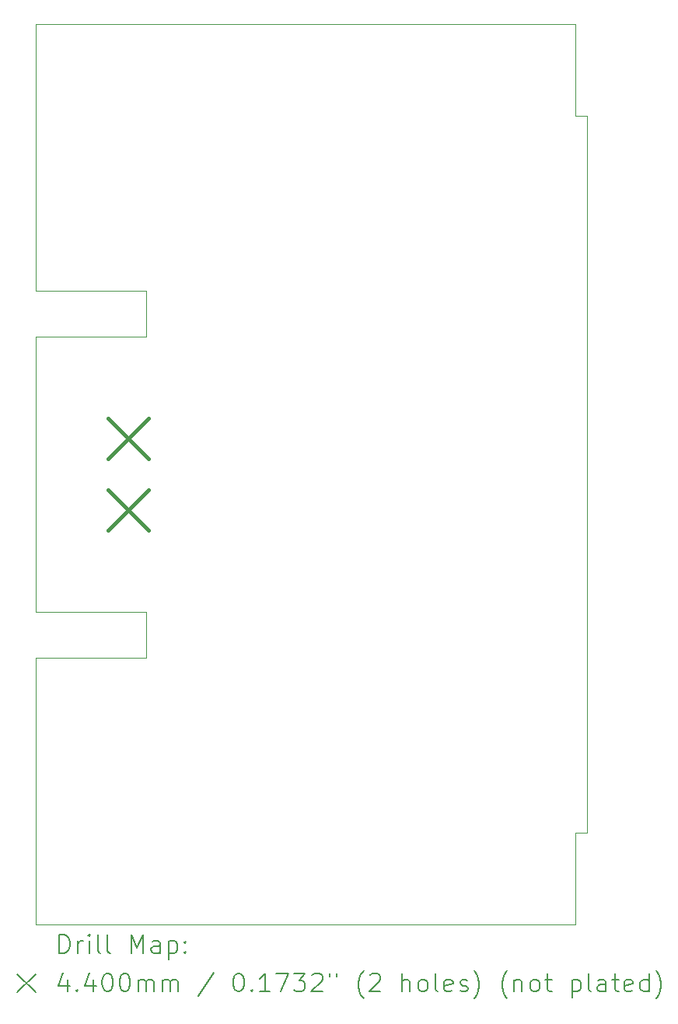
<source format=gbr>
%TF.GenerationSoftware,KiCad,Pcbnew,8.0.0*%
%TF.CreationDate,2024-10-10T22:06:13+02:00*%
%TF.ProjectId,Profiler energetyczny urz_dze_ IoT,50726f66-696c-4657-9220-656e65726765,rev?*%
%TF.SameCoordinates,Original*%
%TF.FileFunction,Drillmap*%
%TF.FilePolarity,Positive*%
%FSLAX45Y45*%
G04 Gerber Fmt 4.5, Leading zero omitted, Abs format (unit mm)*
G04 Created by KiCad (PCBNEW 8.0.0) date 2024-10-10 22:06:13*
%MOMM*%
%LPD*%
G01*
G04 APERTURE LIST*
%ADD10C,0.050000*%
%ADD11C,0.200000*%
%ADD12C,0.440000*%
G04 APERTURE END LIST*
D10*
X15375000Y-6525000D02*
X15375000Y-7525000D01*
X15500000Y-15325000D02*
X15375000Y-15325000D01*
X9500000Y-16325000D02*
X9500000Y-13425000D01*
X9500000Y-9425000D02*
X9500000Y-6525000D01*
X15375000Y-15325000D02*
X15375000Y-16325000D01*
X9500000Y-9925000D02*
X10700000Y-9925000D01*
X10700000Y-13425000D02*
X10700000Y-12925000D01*
X10700000Y-12925000D02*
X9500000Y-12925000D01*
X10700000Y-9425000D02*
X9500000Y-9425000D01*
X9500000Y-12925000D02*
X9500000Y-9925000D01*
X9500000Y-13425000D02*
X10700000Y-13425000D01*
X9500000Y-6525000D02*
X15375000Y-6525000D01*
X10700000Y-9925000D02*
X10700000Y-9425000D01*
X15375000Y-16325000D02*
X9500000Y-16325000D01*
X15500000Y-7525000D02*
X15500000Y-15325000D01*
X15375000Y-7525000D02*
X15500000Y-7525000D01*
D11*
D12*
X10292500Y-10815000D02*
X10732500Y-11255000D01*
X10732500Y-10815000D02*
X10292500Y-11255000D01*
X10292500Y-11595000D02*
X10732500Y-12035000D01*
X10732500Y-11595000D02*
X10292500Y-12035000D01*
D11*
X9758277Y-16638984D02*
X9758277Y-16438984D01*
X9758277Y-16438984D02*
X9805896Y-16438984D01*
X9805896Y-16438984D02*
X9834467Y-16448508D01*
X9834467Y-16448508D02*
X9853515Y-16467555D01*
X9853515Y-16467555D02*
X9863039Y-16486603D01*
X9863039Y-16486603D02*
X9872563Y-16524698D01*
X9872563Y-16524698D02*
X9872563Y-16553269D01*
X9872563Y-16553269D02*
X9863039Y-16591365D01*
X9863039Y-16591365D02*
X9853515Y-16610412D01*
X9853515Y-16610412D02*
X9834467Y-16629460D01*
X9834467Y-16629460D02*
X9805896Y-16638984D01*
X9805896Y-16638984D02*
X9758277Y-16638984D01*
X9958277Y-16638984D02*
X9958277Y-16505650D01*
X9958277Y-16543746D02*
X9967801Y-16524698D01*
X9967801Y-16524698D02*
X9977324Y-16515174D01*
X9977324Y-16515174D02*
X9996372Y-16505650D01*
X9996372Y-16505650D02*
X10015420Y-16505650D01*
X10082086Y-16638984D02*
X10082086Y-16505650D01*
X10082086Y-16438984D02*
X10072563Y-16448508D01*
X10072563Y-16448508D02*
X10082086Y-16458031D01*
X10082086Y-16458031D02*
X10091610Y-16448508D01*
X10091610Y-16448508D02*
X10082086Y-16438984D01*
X10082086Y-16438984D02*
X10082086Y-16458031D01*
X10205896Y-16638984D02*
X10186848Y-16629460D01*
X10186848Y-16629460D02*
X10177324Y-16610412D01*
X10177324Y-16610412D02*
X10177324Y-16438984D01*
X10310658Y-16638984D02*
X10291610Y-16629460D01*
X10291610Y-16629460D02*
X10282086Y-16610412D01*
X10282086Y-16610412D02*
X10282086Y-16438984D01*
X10539229Y-16638984D02*
X10539229Y-16438984D01*
X10539229Y-16438984D02*
X10605896Y-16581841D01*
X10605896Y-16581841D02*
X10672563Y-16438984D01*
X10672563Y-16438984D02*
X10672563Y-16638984D01*
X10853515Y-16638984D02*
X10853515Y-16534222D01*
X10853515Y-16534222D02*
X10843991Y-16515174D01*
X10843991Y-16515174D02*
X10824944Y-16505650D01*
X10824944Y-16505650D02*
X10786848Y-16505650D01*
X10786848Y-16505650D02*
X10767801Y-16515174D01*
X10853515Y-16629460D02*
X10834467Y-16638984D01*
X10834467Y-16638984D02*
X10786848Y-16638984D01*
X10786848Y-16638984D02*
X10767801Y-16629460D01*
X10767801Y-16629460D02*
X10758277Y-16610412D01*
X10758277Y-16610412D02*
X10758277Y-16591365D01*
X10758277Y-16591365D02*
X10767801Y-16572317D01*
X10767801Y-16572317D02*
X10786848Y-16562793D01*
X10786848Y-16562793D02*
X10834467Y-16562793D01*
X10834467Y-16562793D02*
X10853515Y-16553269D01*
X10948753Y-16505650D02*
X10948753Y-16705650D01*
X10948753Y-16515174D02*
X10967801Y-16505650D01*
X10967801Y-16505650D02*
X11005896Y-16505650D01*
X11005896Y-16505650D02*
X11024944Y-16515174D01*
X11024944Y-16515174D02*
X11034467Y-16524698D01*
X11034467Y-16524698D02*
X11043991Y-16543746D01*
X11043991Y-16543746D02*
X11043991Y-16600888D01*
X11043991Y-16600888D02*
X11034467Y-16619936D01*
X11034467Y-16619936D02*
X11024944Y-16629460D01*
X11024944Y-16629460D02*
X11005896Y-16638984D01*
X11005896Y-16638984D02*
X10967801Y-16638984D01*
X10967801Y-16638984D02*
X10948753Y-16629460D01*
X11129705Y-16619936D02*
X11139229Y-16629460D01*
X11139229Y-16629460D02*
X11129705Y-16638984D01*
X11129705Y-16638984D02*
X11120182Y-16629460D01*
X11120182Y-16629460D02*
X11129705Y-16619936D01*
X11129705Y-16619936D02*
X11129705Y-16638984D01*
X11129705Y-16515174D02*
X11139229Y-16524698D01*
X11139229Y-16524698D02*
X11129705Y-16534222D01*
X11129705Y-16534222D02*
X11120182Y-16524698D01*
X11120182Y-16524698D02*
X11129705Y-16515174D01*
X11129705Y-16515174D02*
X11129705Y-16534222D01*
X9297500Y-16867500D02*
X9497500Y-17067500D01*
X9497500Y-16867500D02*
X9297500Y-17067500D01*
X9843991Y-16925650D02*
X9843991Y-17058984D01*
X9796372Y-16849460D02*
X9748753Y-16992317D01*
X9748753Y-16992317D02*
X9872563Y-16992317D01*
X9948753Y-17039936D02*
X9958277Y-17049460D01*
X9958277Y-17049460D02*
X9948753Y-17058984D01*
X9948753Y-17058984D02*
X9939229Y-17049460D01*
X9939229Y-17049460D02*
X9948753Y-17039936D01*
X9948753Y-17039936D02*
X9948753Y-17058984D01*
X10129705Y-16925650D02*
X10129705Y-17058984D01*
X10082086Y-16849460D02*
X10034467Y-16992317D01*
X10034467Y-16992317D02*
X10158277Y-16992317D01*
X10272563Y-16858984D02*
X10291610Y-16858984D01*
X10291610Y-16858984D02*
X10310658Y-16868508D01*
X10310658Y-16868508D02*
X10320182Y-16878031D01*
X10320182Y-16878031D02*
X10329705Y-16897079D01*
X10329705Y-16897079D02*
X10339229Y-16935174D01*
X10339229Y-16935174D02*
X10339229Y-16982793D01*
X10339229Y-16982793D02*
X10329705Y-17020889D01*
X10329705Y-17020889D02*
X10320182Y-17039936D01*
X10320182Y-17039936D02*
X10310658Y-17049460D01*
X10310658Y-17049460D02*
X10291610Y-17058984D01*
X10291610Y-17058984D02*
X10272563Y-17058984D01*
X10272563Y-17058984D02*
X10253515Y-17049460D01*
X10253515Y-17049460D02*
X10243991Y-17039936D01*
X10243991Y-17039936D02*
X10234467Y-17020889D01*
X10234467Y-17020889D02*
X10224944Y-16982793D01*
X10224944Y-16982793D02*
X10224944Y-16935174D01*
X10224944Y-16935174D02*
X10234467Y-16897079D01*
X10234467Y-16897079D02*
X10243991Y-16878031D01*
X10243991Y-16878031D02*
X10253515Y-16868508D01*
X10253515Y-16868508D02*
X10272563Y-16858984D01*
X10463039Y-16858984D02*
X10482086Y-16858984D01*
X10482086Y-16858984D02*
X10501134Y-16868508D01*
X10501134Y-16868508D02*
X10510658Y-16878031D01*
X10510658Y-16878031D02*
X10520182Y-16897079D01*
X10520182Y-16897079D02*
X10529705Y-16935174D01*
X10529705Y-16935174D02*
X10529705Y-16982793D01*
X10529705Y-16982793D02*
X10520182Y-17020889D01*
X10520182Y-17020889D02*
X10510658Y-17039936D01*
X10510658Y-17039936D02*
X10501134Y-17049460D01*
X10501134Y-17049460D02*
X10482086Y-17058984D01*
X10482086Y-17058984D02*
X10463039Y-17058984D01*
X10463039Y-17058984D02*
X10443991Y-17049460D01*
X10443991Y-17049460D02*
X10434467Y-17039936D01*
X10434467Y-17039936D02*
X10424944Y-17020889D01*
X10424944Y-17020889D02*
X10415420Y-16982793D01*
X10415420Y-16982793D02*
X10415420Y-16935174D01*
X10415420Y-16935174D02*
X10424944Y-16897079D01*
X10424944Y-16897079D02*
X10434467Y-16878031D01*
X10434467Y-16878031D02*
X10443991Y-16868508D01*
X10443991Y-16868508D02*
X10463039Y-16858984D01*
X10615420Y-17058984D02*
X10615420Y-16925650D01*
X10615420Y-16944698D02*
X10624944Y-16935174D01*
X10624944Y-16935174D02*
X10643991Y-16925650D01*
X10643991Y-16925650D02*
X10672563Y-16925650D01*
X10672563Y-16925650D02*
X10691610Y-16935174D01*
X10691610Y-16935174D02*
X10701134Y-16954222D01*
X10701134Y-16954222D02*
X10701134Y-17058984D01*
X10701134Y-16954222D02*
X10710658Y-16935174D01*
X10710658Y-16935174D02*
X10729705Y-16925650D01*
X10729705Y-16925650D02*
X10758277Y-16925650D01*
X10758277Y-16925650D02*
X10777325Y-16935174D01*
X10777325Y-16935174D02*
X10786848Y-16954222D01*
X10786848Y-16954222D02*
X10786848Y-17058984D01*
X10882086Y-17058984D02*
X10882086Y-16925650D01*
X10882086Y-16944698D02*
X10891610Y-16935174D01*
X10891610Y-16935174D02*
X10910658Y-16925650D01*
X10910658Y-16925650D02*
X10939229Y-16925650D01*
X10939229Y-16925650D02*
X10958277Y-16935174D01*
X10958277Y-16935174D02*
X10967801Y-16954222D01*
X10967801Y-16954222D02*
X10967801Y-17058984D01*
X10967801Y-16954222D02*
X10977325Y-16935174D01*
X10977325Y-16935174D02*
X10996372Y-16925650D01*
X10996372Y-16925650D02*
X11024944Y-16925650D01*
X11024944Y-16925650D02*
X11043991Y-16935174D01*
X11043991Y-16935174D02*
X11053515Y-16954222D01*
X11053515Y-16954222D02*
X11053515Y-17058984D01*
X11443991Y-16849460D02*
X11272563Y-17106603D01*
X11701134Y-16858984D02*
X11720182Y-16858984D01*
X11720182Y-16858984D02*
X11739229Y-16868508D01*
X11739229Y-16868508D02*
X11748753Y-16878031D01*
X11748753Y-16878031D02*
X11758277Y-16897079D01*
X11758277Y-16897079D02*
X11767801Y-16935174D01*
X11767801Y-16935174D02*
X11767801Y-16982793D01*
X11767801Y-16982793D02*
X11758277Y-17020889D01*
X11758277Y-17020889D02*
X11748753Y-17039936D01*
X11748753Y-17039936D02*
X11739229Y-17049460D01*
X11739229Y-17049460D02*
X11720182Y-17058984D01*
X11720182Y-17058984D02*
X11701134Y-17058984D01*
X11701134Y-17058984D02*
X11682086Y-17049460D01*
X11682086Y-17049460D02*
X11672563Y-17039936D01*
X11672563Y-17039936D02*
X11663039Y-17020889D01*
X11663039Y-17020889D02*
X11653515Y-16982793D01*
X11653515Y-16982793D02*
X11653515Y-16935174D01*
X11653515Y-16935174D02*
X11663039Y-16897079D01*
X11663039Y-16897079D02*
X11672563Y-16878031D01*
X11672563Y-16878031D02*
X11682086Y-16868508D01*
X11682086Y-16868508D02*
X11701134Y-16858984D01*
X11853515Y-17039936D02*
X11863039Y-17049460D01*
X11863039Y-17049460D02*
X11853515Y-17058984D01*
X11853515Y-17058984D02*
X11843991Y-17049460D01*
X11843991Y-17049460D02*
X11853515Y-17039936D01*
X11853515Y-17039936D02*
X11853515Y-17058984D01*
X12053515Y-17058984D02*
X11939229Y-17058984D01*
X11996372Y-17058984D02*
X11996372Y-16858984D01*
X11996372Y-16858984D02*
X11977325Y-16887555D01*
X11977325Y-16887555D02*
X11958277Y-16906603D01*
X11958277Y-16906603D02*
X11939229Y-16916127D01*
X12120182Y-16858984D02*
X12253515Y-16858984D01*
X12253515Y-16858984D02*
X12167801Y-17058984D01*
X12310658Y-16858984D02*
X12434467Y-16858984D01*
X12434467Y-16858984D02*
X12367801Y-16935174D01*
X12367801Y-16935174D02*
X12396372Y-16935174D01*
X12396372Y-16935174D02*
X12415420Y-16944698D01*
X12415420Y-16944698D02*
X12424944Y-16954222D01*
X12424944Y-16954222D02*
X12434467Y-16973270D01*
X12434467Y-16973270D02*
X12434467Y-17020889D01*
X12434467Y-17020889D02*
X12424944Y-17039936D01*
X12424944Y-17039936D02*
X12415420Y-17049460D01*
X12415420Y-17049460D02*
X12396372Y-17058984D01*
X12396372Y-17058984D02*
X12339229Y-17058984D01*
X12339229Y-17058984D02*
X12320182Y-17049460D01*
X12320182Y-17049460D02*
X12310658Y-17039936D01*
X12510658Y-16878031D02*
X12520182Y-16868508D01*
X12520182Y-16868508D02*
X12539229Y-16858984D01*
X12539229Y-16858984D02*
X12586848Y-16858984D01*
X12586848Y-16858984D02*
X12605896Y-16868508D01*
X12605896Y-16868508D02*
X12615420Y-16878031D01*
X12615420Y-16878031D02*
X12624944Y-16897079D01*
X12624944Y-16897079D02*
X12624944Y-16916127D01*
X12624944Y-16916127D02*
X12615420Y-16944698D01*
X12615420Y-16944698D02*
X12501134Y-17058984D01*
X12501134Y-17058984D02*
X12624944Y-17058984D01*
X12701134Y-16858984D02*
X12701134Y-16897079D01*
X12777325Y-16858984D02*
X12777325Y-16897079D01*
X13072563Y-17135174D02*
X13063039Y-17125650D01*
X13063039Y-17125650D02*
X13043991Y-17097079D01*
X13043991Y-17097079D02*
X13034468Y-17078031D01*
X13034468Y-17078031D02*
X13024944Y-17049460D01*
X13024944Y-17049460D02*
X13015420Y-17001841D01*
X13015420Y-17001841D02*
X13015420Y-16963746D01*
X13015420Y-16963746D02*
X13024944Y-16916127D01*
X13024944Y-16916127D02*
X13034468Y-16887555D01*
X13034468Y-16887555D02*
X13043991Y-16868508D01*
X13043991Y-16868508D02*
X13063039Y-16839936D01*
X13063039Y-16839936D02*
X13072563Y-16830412D01*
X13139229Y-16878031D02*
X13148753Y-16868508D01*
X13148753Y-16868508D02*
X13167801Y-16858984D01*
X13167801Y-16858984D02*
X13215420Y-16858984D01*
X13215420Y-16858984D02*
X13234468Y-16868508D01*
X13234468Y-16868508D02*
X13243991Y-16878031D01*
X13243991Y-16878031D02*
X13253515Y-16897079D01*
X13253515Y-16897079D02*
X13253515Y-16916127D01*
X13253515Y-16916127D02*
X13243991Y-16944698D01*
X13243991Y-16944698D02*
X13129706Y-17058984D01*
X13129706Y-17058984D02*
X13253515Y-17058984D01*
X13491610Y-17058984D02*
X13491610Y-16858984D01*
X13577325Y-17058984D02*
X13577325Y-16954222D01*
X13577325Y-16954222D02*
X13567801Y-16935174D01*
X13567801Y-16935174D02*
X13548753Y-16925650D01*
X13548753Y-16925650D02*
X13520182Y-16925650D01*
X13520182Y-16925650D02*
X13501134Y-16935174D01*
X13501134Y-16935174D02*
X13491610Y-16944698D01*
X13701134Y-17058984D02*
X13682087Y-17049460D01*
X13682087Y-17049460D02*
X13672563Y-17039936D01*
X13672563Y-17039936D02*
X13663039Y-17020889D01*
X13663039Y-17020889D02*
X13663039Y-16963746D01*
X13663039Y-16963746D02*
X13672563Y-16944698D01*
X13672563Y-16944698D02*
X13682087Y-16935174D01*
X13682087Y-16935174D02*
X13701134Y-16925650D01*
X13701134Y-16925650D02*
X13729706Y-16925650D01*
X13729706Y-16925650D02*
X13748753Y-16935174D01*
X13748753Y-16935174D02*
X13758277Y-16944698D01*
X13758277Y-16944698D02*
X13767801Y-16963746D01*
X13767801Y-16963746D02*
X13767801Y-17020889D01*
X13767801Y-17020889D02*
X13758277Y-17039936D01*
X13758277Y-17039936D02*
X13748753Y-17049460D01*
X13748753Y-17049460D02*
X13729706Y-17058984D01*
X13729706Y-17058984D02*
X13701134Y-17058984D01*
X13882087Y-17058984D02*
X13863039Y-17049460D01*
X13863039Y-17049460D02*
X13853515Y-17030412D01*
X13853515Y-17030412D02*
X13853515Y-16858984D01*
X14034468Y-17049460D02*
X14015420Y-17058984D01*
X14015420Y-17058984D02*
X13977325Y-17058984D01*
X13977325Y-17058984D02*
X13958277Y-17049460D01*
X13958277Y-17049460D02*
X13948753Y-17030412D01*
X13948753Y-17030412D02*
X13948753Y-16954222D01*
X13948753Y-16954222D02*
X13958277Y-16935174D01*
X13958277Y-16935174D02*
X13977325Y-16925650D01*
X13977325Y-16925650D02*
X14015420Y-16925650D01*
X14015420Y-16925650D02*
X14034468Y-16935174D01*
X14034468Y-16935174D02*
X14043991Y-16954222D01*
X14043991Y-16954222D02*
X14043991Y-16973270D01*
X14043991Y-16973270D02*
X13948753Y-16992317D01*
X14120182Y-17049460D02*
X14139230Y-17058984D01*
X14139230Y-17058984D02*
X14177325Y-17058984D01*
X14177325Y-17058984D02*
X14196372Y-17049460D01*
X14196372Y-17049460D02*
X14205896Y-17030412D01*
X14205896Y-17030412D02*
X14205896Y-17020889D01*
X14205896Y-17020889D02*
X14196372Y-17001841D01*
X14196372Y-17001841D02*
X14177325Y-16992317D01*
X14177325Y-16992317D02*
X14148753Y-16992317D01*
X14148753Y-16992317D02*
X14129706Y-16982793D01*
X14129706Y-16982793D02*
X14120182Y-16963746D01*
X14120182Y-16963746D02*
X14120182Y-16954222D01*
X14120182Y-16954222D02*
X14129706Y-16935174D01*
X14129706Y-16935174D02*
X14148753Y-16925650D01*
X14148753Y-16925650D02*
X14177325Y-16925650D01*
X14177325Y-16925650D02*
X14196372Y-16935174D01*
X14272563Y-17135174D02*
X14282087Y-17125650D01*
X14282087Y-17125650D02*
X14301134Y-17097079D01*
X14301134Y-17097079D02*
X14310658Y-17078031D01*
X14310658Y-17078031D02*
X14320182Y-17049460D01*
X14320182Y-17049460D02*
X14329706Y-17001841D01*
X14329706Y-17001841D02*
X14329706Y-16963746D01*
X14329706Y-16963746D02*
X14320182Y-16916127D01*
X14320182Y-16916127D02*
X14310658Y-16887555D01*
X14310658Y-16887555D02*
X14301134Y-16868508D01*
X14301134Y-16868508D02*
X14282087Y-16839936D01*
X14282087Y-16839936D02*
X14272563Y-16830412D01*
X14634468Y-17135174D02*
X14624944Y-17125650D01*
X14624944Y-17125650D02*
X14605896Y-17097079D01*
X14605896Y-17097079D02*
X14596372Y-17078031D01*
X14596372Y-17078031D02*
X14586849Y-17049460D01*
X14586849Y-17049460D02*
X14577325Y-17001841D01*
X14577325Y-17001841D02*
X14577325Y-16963746D01*
X14577325Y-16963746D02*
X14586849Y-16916127D01*
X14586849Y-16916127D02*
X14596372Y-16887555D01*
X14596372Y-16887555D02*
X14605896Y-16868508D01*
X14605896Y-16868508D02*
X14624944Y-16839936D01*
X14624944Y-16839936D02*
X14634468Y-16830412D01*
X14710658Y-16925650D02*
X14710658Y-17058984D01*
X14710658Y-16944698D02*
X14720182Y-16935174D01*
X14720182Y-16935174D02*
X14739230Y-16925650D01*
X14739230Y-16925650D02*
X14767801Y-16925650D01*
X14767801Y-16925650D02*
X14786849Y-16935174D01*
X14786849Y-16935174D02*
X14796372Y-16954222D01*
X14796372Y-16954222D02*
X14796372Y-17058984D01*
X14920182Y-17058984D02*
X14901134Y-17049460D01*
X14901134Y-17049460D02*
X14891611Y-17039936D01*
X14891611Y-17039936D02*
X14882087Y-17020889D01*
X14882087Y-17020889D02*
X14882087Y-16963746D01*
X14882087Y-16963746D02*
X14891611Y-16944698D01*
X14891611Y-16944698D02*
X14901134Y-16935174D01*
X14901134Y-16935174D02*
X14920182Y-16925650D01*
X14920182Y-16925650D02*
X14948753Y-16925650D01*
X14948753Y-16925650D02*
X14967801Y-16935174D01*
X14967801Y-16935174D02*
X14977325Y-16944698D01*
X14977325Y-16944698D02*
X14986849Y-16963746D01*
X14986849Y-16963746D02*
X14986849Y-17020889D01*
X14986849Y-17020889D02*
X14977325Y-17039936D01*
X14977325Y-17039936D02*
X14967801Y-17049460D01*
X14967801Y-17049460D02*
X14948753Y-17058984D01*
X14948753Y-17058984D02*
X14920182Y-17058984D01*
X15043992Y-16925650D02*
X15120182Y-16925650D01*
X15072563Y-16858984D02*
X15072563Y-17030412D01*
X15072563Y-17030412D02*
X15082087Y-17049460D01*
X15082087Y-17049460D02*
X15101134Y-17058984D01*
X15101134Y-17058984D02*
X15120182Y-17058984D01*
X15339230Y-16925650D02*
X15339230Y-17125650D01*
X15339230Y-16935174D02*
X15358277Y-16925650D01*
X15358277Y-16925650D02*
X15396373Y-16925650D01*
X15396373Y-16925650D02*
X15415420Y-16935174D01*
X15415420Y-16935174D02*
X15424944Y-16944698D01*
X15424944Y-16944698D02*
X15434468Y-16963746D01*
X15434468Y-16963746D02*
X15434468Y-17020889D01*
X15434468Y-17020889D02*
X15424944Y-17039936D01*
X15424944Y-17039936D02*
X15415420Y-17049460D01*
X15415420Y-17049460D02*
X15396373Y-17058984D01*
X15396373Y-17058984D02*
X15358277Y-17058984D01*
X15358277Y-17058984D02*
X15339230Y-17049460D01*
X15548753Y-17058984D02*
X15529706Y-17049460D01*
X15529706Y-17049460D02*
X15520182Y-17030412D01*
X15520182Y-17030412D02*
X15520182Y-16858984D01*
X15710658Y-17058984D02*
X15710658Y-16954222D01*
X15710658Y-16954222D02*
X15701134Y-16935174D01*
X15701134Y-16935174D02*
X15682087Y-16925650D01*
X15682087Y-16925650D02*
X15643992Y-16925650D01*
X15643992Y-16925650D02*
X15624944Y-16935174D01*
X15710658Y-17049460D02*
X15691611Y-17058984D01*
X15691611Y-17058984D02*
X15643992Y-17058984D01*
X15643992Y-17058984D02*
X15624944Y-17049460D01*
X15624944Y-17049460D02*
X15615420Y-17030412D01*
X15615420Y-17030412D02*
X15615420Y-17011365D01*
X15615420Y-17011365D02*
X15624944Y-16992317D01*
X15624944Y-16992317D02*
X15643992Y-16982793D01*
X15643992Y-16982793D02*
X15691611Y-16982793D01*
X15691611Y-16982793D02*
X15710658Y-16973270D01*
X15777325Y-16925650D02*
X15853515Y-16925650D01*
X15805896Y-16858984D02*
X15805896Y-17030412D01*
X15805896Y-17030412D02*
X15815420Y-17049460D01*
X15815420Y-17049460D02*
X15834468Y-17058984D01*
X15834468Y-17058984D02*
X15853515Y-17058984D01*
X15996373Y-17049460D02*
X15977325Y-17058984D01*
X15977325Y-17058984D02*
X15939230Y-17058984D01*
X15939230Y-17058984D02*
X15920182Y-17049460D01*
X15920182Y-17049460D02*
X15910658Y-17030412D01*
X15910658Y-17030412D02*
X15910658Y-16954222D01*
X15910658Y-16954222D02*
X15920182Y-16935174D01*
X15920182Y-16935174D02*
X15939230Y-16925650D01*
X15939230Y-16925650D02*
X15977325Y-16925650D01*
X15977325Y-16925650D02*
X15996373Y-16935174D01*
X15996373Y-16935174D02*
X16005896Y-16954222D01*
X16005896Y-16954222D02*
X16005896Y-16973270D01*
X16005896Y-16973270D02*
X15910658Y-16992317D01*
X16177325Y-17058984D02*
X16177325Y-16858984D01*
X16177325Y-17049460D02*
X16158277Y-17058984D01*
X16158277Y-17058984D02*
X16120182Y-17058984D01*
X16120182Y-17058984D02*
X16101134Y-17049460D01*
X16101134Y-17049460D02*
X16091611Y-17039936D01*
X16091611Y-17039936D02*
X16082087Y-17020889D01*
X16082087Y-17020889D02*
X16082087Y-16963746D01*
X16082087Y-16963746D02*
X16091611Y-16944698D01*
X16091611Y-16944698D02*
X16101134Y-16935174D01*
X16101134Y-16935174D02*
X16120182Y-16925650D01*
X16120182Y-16925650D02*
X16158277Y-16925650D01*
X16158277Y-16925650D02*
X16177325Y-16935174D01*
X16253515Y-17135174D02*
X16263039Y-17125650D01*
X16263039Y-17125650D02*
X16282087Y-17097079D01*
X16282087Y-17097079D02*
X16291611Y-17078031D01*
X16291611Y-17078031D02*
X16301134Y-17049460D01*
X16301134Y-17049460D02*
X16310658Y-17001841D01*
X16310658Y-17001841D02*
X16310658Y-16963746D01*
X16310658Y-16963746D02*
X16301134Y-16916127D01*
X16301134Y-16916127D02*
X16291611Y-16887555D01*
X16291611Y-16887555D02*
X16282087Y-16868508D01*
X16282087Y-16868508D02*
X16263039Y-16839936D01*
X16263039Y-16839936D02*
X16253515Y-16830412D01*
M02*

</source>
